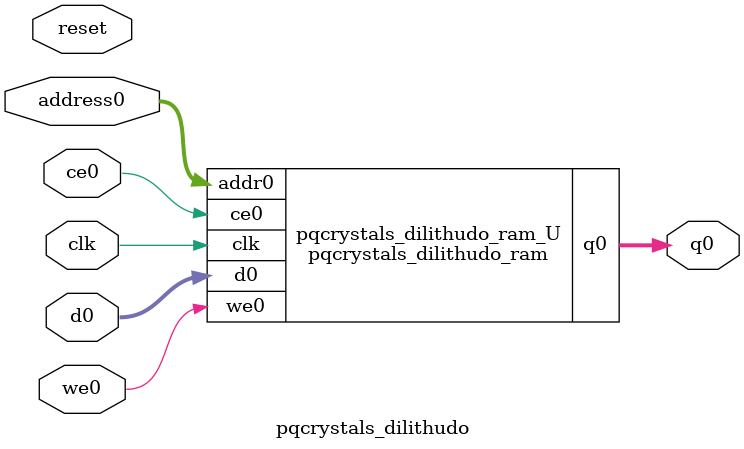
<source format=v>
`timescale 1 ns / 1 ps
module pqcrystals_dilithudo_ram (addr0, ce0, d0, we0, q0,  clk);

parameter DWIDTH = 19;
parameter AWIDTH = 10;
parameter MEM_SIZE = 1024;

input[AWIDTH-1:0] addr0;
input ce0;
input[DWIDTH-1:0] d0;
input we0;
output reg[DWIDTH-1:0] q0;
input clk;

(* ram_style = "block" *)reg [DWIDTH-1:0] ram[0:MEM_SIZE-1];




always @(posedge clk)  
begin 
    if (ce0) begin
        if (we0) 
            ram[addr0] <= d0; 
        q0 <= ram[addr0];
    end
end


endmodule

`timescale 1 ns / 1 ps
module pqcrystals_dilithudo(
    reset,
    clk,
    address0,
    ce0,
    we0,
    d0,
    q0);

parameter DataWidth = 32'd19;
parameter AddressRange = 32'd1024;
parameter AddressWidth = 32'd10;
input reset;
input clk;
input[AddressWidth - 1:0] address0;
input ce0;
input we0;
input[DataWidth - 1:0] d0;
output[DataWidth - 1:0] q0;



pqcrystals_dilithudo_ram pqcrystals_dilithudo_ram_U(
    .clk( clk ),
    .addr0( address0 ),
    .ce0( ce0 ),
    .we0( we0 ),
    .d0( d0 ),
    .q0( q0 ));

endmodule


</source>
